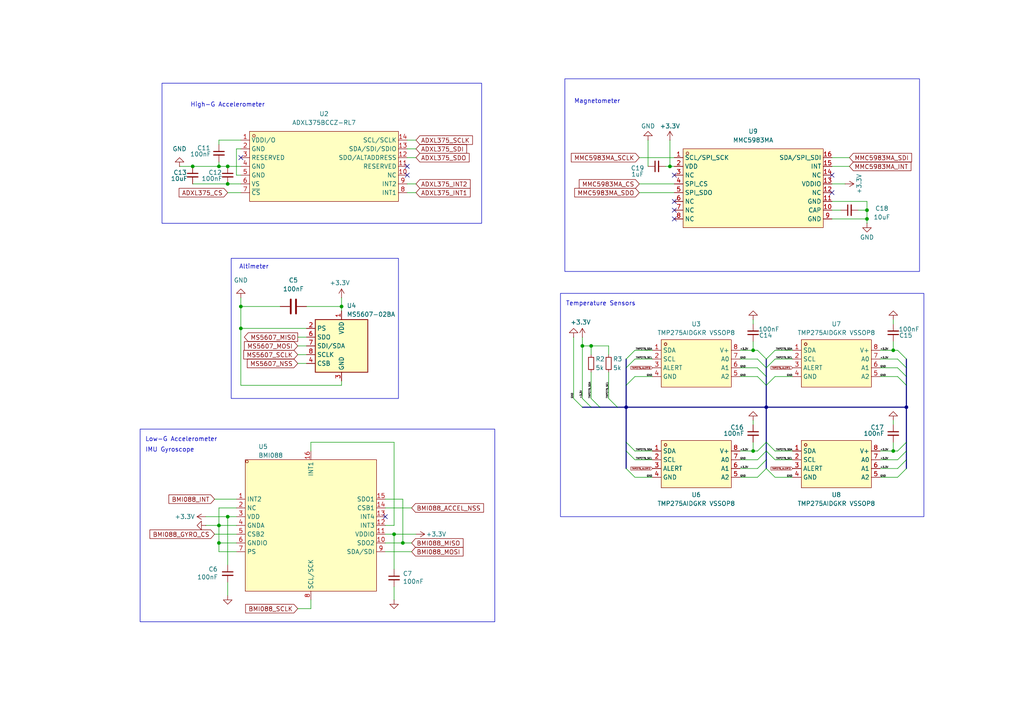
<source format=kicad_sch>
(kicad_sch (version 20250114) (generator "eeschema") (generator_version "9.0")
  (paper "A4")
  (title_block (title "Sensors") (date "2024-09-06") (rev "Tokyo") (company "CUHAR"))
  (lib_symbols
    (symbol "Device:C" (pin_numbers (hide yes)) (pin_names (offset 0.254))
      (property "Reference" "C" (at 0.635 2.54 0))
      (property "Value" "C" (at 0.635 -2.54 0))
      (symbol "C_0_1"
        (polyline (pts (xy -2.032 0.762) (xy 2.032 0.762)) (stroke (width 0.508)))
        (polyline (pts (xy -2.032 -0.762) (xy 2.032 -0.762)) (stroke (width 0.508)))
      )
      (symbol "C_1_1"
        (pin passive line (at 0 3.81 270) (length 2.794) (name "~") (number "1"))
        (pin passive line (at 0 -3.81 90) (length 2.794) (name "~") (number "2"))
      )
    )
    (symbol "Device:C_Small" (pin_numbers (hide yes)) (pin_names (offset 0.254) (hide yes))
      (property "Reference" "C" (at 0.254 1.778 0))
      (property "Value" "C_Small" (at 0.254 -2.032 0))
      (symbol "C_Small_0_1"
        (polyline (pts (xy -1.524 0.508) (xy 1.524 0.508)) (stroke (width 0.3048)))
        (polyline (pts (xy -1.524 -0.508) (xy 1.524 -0.508)) (stroke (width 0.3302)))
      )
      (symbol "C_Small_1_1"
        (pin passive line (at 0 2.54 270) (length 2.032) (name "~") (number "1"))
        (pin passive line (at 0 -2.54 90) (length 2.032) (name "~") (number "2"))
      )
    )
    (symbol "Device:R_Small" (pin_numbers (hide yes)) (pin_names (offset 0.254) (hide yes))
      (property "Reference" "R" (at 0.762 0.508 0))
      (property "Value" "R_Small" (at 0.762 -1.016 0))
      (symbol "R_Small_0_1"
        (rectangle (start -0.762 1.778) (end 0.762 -1.778) (stroke (width 0.2032)))
      )
      (symbol "R_Small_1_1"
        (pin passive line (at 0 2.54 270) (length 0.762) (name "~") (number "1"))
        (pin passive line (at 0 -2.54 90) (length 0.762) (name "~") (number "2"))
      )
    )
    (symbol "EasyEDA:ADXL375BCCZ-RL7"
      (property "Reference" "U" (at 0 12.7 0))
      (property "Value" "ADXL375BCCZ-RL7" (at 0 -12.7 0))
      (symbol "ADXL375BCCZ-RL7_0_1"
        (rectangle (start -21.59 10.16) (end 21.59 -10.16) (fill (type background)))
        (circle (center -20.32 8.89) (radius 0.38))
        (pin unspecified line (at -24.13 7.62 0) (length 2.54) (name "VDDI/O") (number "1"))
        (pin unspecified line (at -24.13 5.08 0) (length 2.54) (name "GND") (number "2"))
        (pin unspecified line (at -24.13 2.54 0) (length 2.54) (name "RESERVED") (number "3"))
        (pin unspecified line (at -24.13 0 0) (length 2.54) (name "GND") (number "4"))
        (pin unspecified line (at -24.13 -2.54 0) (length 2.54) (name "GND") (number "5"))
        (pin unspecified line (at -24.13 -5.08 0) (length 2.54) (name "VS") (number "6"))
        (pin unspecified line (at -24.13 -7.62 0) (length 2.54) (name "~{CS}") (number "7"))
        (pin unspecified line (at 24.13 7.62 180) (length 2.54) (name "SCL/SCLK") (number "14"))
        (pin unspecified line (at 24.13 5.08 180) (length 2.54) (name "SDA/SDI/SDIO") (number "13"))
        (pin unspecified line (at 24.13 2.54 180) (length 2.54) (name "SDO/ALTADDRESS") (number "12"))
        (pin unspecified line (at 24.13 0 180) (length 2.54) (name "RESERVED") (number "11"))
        (pin unspecified line (at 24.13 -2.54 180) (length 2.54) (name "NC") (number "10"))
        (pin unspecified line (at 24.13 -5.08 180) (length 2.54) (name "INT2") (number "9"))
        (pin unspecified line (at 24.13 -7.62 180) (length 2.54) (name "INT1") (number "8"))
      )
    )
    (symbol "EasyEDA:BMI088"
      (property "Reference" "U" (at 0 26.67 0))
      (property "Value" "BMI088" (at 0 -26.67 0))
      (symbol "BMI088_0_1"
        (rectangle (start -19.05 19.05) (end 19.05 -19.05) (fill (type background)))
        (circle (center -18.54 18.54) (radius 0.38))
        (pin unspecified line (at -21.59 7.62 0) (length 2.54) (name "INT2") (number "1"))
        (pin unspecified line (at -21.59 5.08 0) (length 2.54) (name "NC") (number "2"))
        (pin unspecified line (at -21.59 2.54 0) (length 2.54) (name "VDD") (number "3"))
        (pin unspecified line (at -21.59 0 0) (length 2.54) (name "GNDA") (number "4"))
        (pin unspecified line (at -21.59 -2.54 0) (length 2.54) (name "CSB2") (number "5"))
        (pin unspecified line (at -21.59 -5.08 0) (length 2.54) (name "GNDIO") (number "6"))
        (pin unspecified line (at -21.59 -7.62 0) (length 2.54) (name "PS") (number "7"))
        (pin unspecified line (at 0 21.59 270) (length 2.54) (name "INT1") (number "16"))
        (pin unspecified line (at 0 -21.59 90) (length 2.54) (name "SCL/SCK") (number "8"))
        (pin unspecified line (at 21.59 7.62 180) (length 2.54) (name "SDO1") (number "15"))
        (pin unspecified line (at 21.59 5.08 180) (length 2.54) (name "CSB1") (number "14"))
        (pin unspecified line (at 21.59 2.54 180) (length 2.54) (name "INT4") (number "13"))
        (pin unspecified line (at 21.59 0 180) (length 2.54) (name "INT3") (number "12"))
        (pin unspecified line (at 21.59 -2.54 180) (length 2.54) (name "VDDIO") (number "11"))
        (pin unspecified line (at 21.59 -5.08 180) (length 2.54) (name "SDO2") (number "10"))
        (pin unspecified line (at 21.59 -7.62 180) (length 2.54) (name "SDA/SDI") (number "9"))
      )
    )
    (symbol "EasyEDA:MMC5983MA"
      (property "Reference" "U" (at 0 13.97 0))
      (property "Value" "MMC5983MA" (at 0 -13.97 0))
      (symbol "MMC5983MA_0_1"
        (rectangle (start -20.32 11.43) (end 20.32 -11.43) (fill (type background)))
        (circle (center -19.05 10.16) (radius 0.38))
        (pin unspecified line (at -22.86 8.89 0) (length 2.54) (name "SCL/SPI_SCK") (number "1"))
        (pin unspecified line (at -22.86 6.35 0) (length 2.54) (name "VDD") (number "2"))
        (pin unspecified line (at -22.86 3.81 0) (length 2.54) (name "NC") (number "3"))
        (pin unspecified line (at -22.86 1.27 0) (length 2.54) (name "SPI_CS") (number "4"))
        (pin unspecified line (at -22.86 -1.27 0) (length 2.54) (name "SPI_SDO") (number "5"))
        (pin unspecified line (at -22.86 -3.81 0) (length 2.54) (name "NC") (number "6"))
        (pin unspecified line (at -22.86 -6.35 0) (length 2.54) (name "NC") (number "7"))
        (pin unspecified line (at -22.86 -8.89 0) (length 2.54) (name "NC") (number "8"))
        (pin unspecified line (at 22.86 8.89 180) (length 2.54) (name "SDA/SPI_SDI") (number "16"))
        (pin unspecified line (at 22.86 6.35 180) (length 2.54) (name "INT") (number "15"))
        (pin unspecified line (at 22.86 3.81 180) (length 2.54) (name "NC") (number "14"))
        (pin unspecified line (at 22.86 1.27 180) (length 2.54) (name "VDDIO") (number "13"))
        (pin unspecified line (at 22.86 -1.27 180) (length 2.54) (name "NC") (number "12"))
        (pin unspecified line (at 22.86 -3.81 180) (length 2.54) (name "GND") (number "11"))
        (pin unspecified line (at 22.86 -6.35 180) (length 2.54) (name "CAP") (number "10"))
        (pin unspecified line (at 22.86 -8.89 180) (length 2.54) (name "GND") (number "9"))
      )
    )
    (symbol "EasyEDA:TMP275AIDGKRVSSOP8"
      (property "Reference" "U" (at 0 8.89 0))
      (property "Value" "TMP275AIDGKR VSSOP8" (at 0 -8.89 0))
      (symbol "TMP275AIDGKRVSSOP8_0_1"
        (rectangle (start -10.16 6.86) (end 10.16 -6.86) (fill (type background)))
        (circle (center -8.89 5.59) (radius 0.38))
        (circle (center -8.89 5.59) (radius 0.38))
        (pin unspecified line (at -12.7 3.81 0) (length 2.54) (name "SDA") (number "1"))
        (pin unspecified line (at -12.7 1.27 0) (length 2.54) (name "SCL") (number "2"))
        (pin unspecified line (at -12.7 -1.27 0) (length 2.54) (name "ALERT") (number "3"))
        (pin unspecified line (at -12.7 -3.81 0) (length 2.54) (name "GND") (number "4"))
        (pin unspecified line (at 12.7 3.81 180) (length 2.54) (name "V+") (number "8"))
        (pin unspecified line (at 12.7 1.27 180) (length 2.54) (name "A0") (number "7"))
        (pin unspecified line (at 12.7 -1.27 180) (length 2.54) (name "A1") (number "6"))
        (pin unspecified line (at 12.7 -3.81 180) (length 2.54) (name "A2") (number "5"))
      )
    )
    (symbol "Sensor_Pressure:MS5607-02BA"
      (property "Reference" "U" (at -6.35 8.89 0))
      (property "Value" "MS5607-02BA" (at 7.62 8.89 0))
      (symbol "MS5607-02BA_0_1"
        (rectangle (start -7.62 7.62) (end 7.62 -7.62) (stroke (width 0.254)) (fill (type background)))
      )
      (symbol "MS5607-02BA_1_1"
        (pin input line (at -10.16 5.08 0) (length 2.54) (name "PS") (number "2"))
        (pin output line (at -10.16 2.54 0) (length 2.54) (name "SDO") (number "6"))
        (pin bidirectional line (at -10.16 0 0) (length 2.54) (name "SDI/SDA") (number "7"))
        (pin input line (at -10.16 -2.54 0) (length 2.54) (name "SCLK") (number "8"))
        (pin input line (at -10.16 -5.08 0) (length 2.54) (name "CSB") (number "4"))
        (pin input line (at -10.16 -5.08 0) (length 2.54) (hide yes) (name "CSB") (number "5"))
        (pin power_in line (at 0 10.16 270) (length 2.54) (name "VDD") (number "1"))
        (pin power_in line (at 0 -10.16 90) (length 2.54) (name "GND") (number "3"))
      )
    )
    (symbol "power:+3.3V" (power) (pin_numbers (hide yes)) (pin_names (offset 0) (hide yes))
      (property "Value" "+3.3V" (at 0 3.556 0))
      (symbol "+3.3V_0_1"
        (polyline (pts (xy -0.762 1.27) (xy 0 2.54)))
        (polyline (pts (xy 0 2.54) (xy 0.762 1.27)))
        (polyline (pts (xy 0 0) (xy 0 2.54)))
      )
      (symbol "+3.3V_1_1"
        (pin power_in line (at 0 0 90) (length 0) (name "~") (number "1"))
      )
    )
    (symbol "power:GND" (power) (pin_numbers (hide yes)) (pin_names (offset 0) (hide yes))
      (property "Value" "GND" (at 0 -3.81 0))
      (symbol "GND_0_1"
        (polyline (pts (xy 0 0) (xy 0 -1.27) (xy 1.27 -1.27) (xy 0 -2.54) (xy -1.27 -1.27) (xy 0 -1.27)))
      )
      (symbol "GND_1_1"
        (pin power_in line (at 0 0 270) (length 0) (name "~") (number "1"))
      )
    )
  )
  (rectangle (start 163.83 22.86) (end 266.7 78.74))
  (rectangle (start 46.99 24.13) (end 139.7 64.77))
  (rectangle (start 67.056 74.93) (end 115.57 115.57))
  (rectangle (start 40.64 124.46) (end 143.51 180.34))
  (rectangle (start 162.56 85.09) (end 267.97 149.86))
  (text "Altimeter" (at 73.66 77.47 0) (effects (font (size 1.27 1.27))))
  (text "Magnetometer" (at 173.228 29.464 0) (effects (font (size 1.27 1.27))))
  (text "Temperature Sensors" (at 174.244 88.138 0) (effects (font (size 1.27 1.27))))
  (text "IMU Gyroscope" (at 49.276 130.556 0) (effects (font (size 1.27 1.27))))
  (text "Low-G Accelerometer" (at 52.578 127.508 0) (effects (font (size 1.27 1.27))))
  (text "High-G Accelerometer" (at 66.04 30.48 0) (effects (font (size 1.27 1.27))))
  (junction (at 168.91 100.33))
  (junction (at 218.44 130.81))
  (junction (at 171.45 100.33))
  (junction (at 262.89 118.11))
  (junction (at 259.08 130.81))
  (junction (at 222.25 118.11))
  (junction (at 99.06 88.9))
  (junction (at 116.84 157.48))
  (junction (at 69.85 95.25))
  (junction (at 259.08 101.6))
  (junction (at 63.5 152.4))
  (junction (at 55.88 48.26))
  (junction (at 63.5 48.26))
  (junction (at 218.44 101.6))
  (junction (at 66.04 149.86))
  (junction (at 194.31 48.26))
  (junction (at 181.61 118.11))
  (junction (at 66.04 53.34))
  (junction (at 114.3 154.94))
  (junction (at 66.04 48.26))
  (junction (at 69.85 88.9))
  (junction (at 63.5 157.48))
  (junction (at 251.46 63.5))
  (junction (at 251.46 60.96))
  (no_connect (at 118.11 50.8))
  (no_connect (at 195.58 63.5))
  (no_connect (at 69.85 45.72))
  (no_connect (at 195.58 50.8))
  (no_connect (at 241.3 50.8))
  (no_connect (at 111.76 149.86))
  (no_connect (at 241.3 55.88))
  (no_connect (at 118.11 48.26))
  (no_connect (at 195.58 60.96))
  (no_connect (at 195.58 58.42))
  (bus_entry (at 219.71 135.89) (size 2.54 -2.54))
  (bus_entry (at 176.53 115.57) (size 2.54 2.54))
  (bus_entry (at 260.35 109.22) (size 2.54 2.54))
  (bus_entry (at 219.71 130.81) (size 2.54 -2.54))
  (bus_entry (at 181.61 128.27) (size 2.54 2.54))
  (bus_entry (at 224.79 101.6) (size -2.54 2.54))
  (bus_entry (at 181.61 106.68) (size 2.54 -2.54))
  (bus_entry (at 224.79 138.43) (size -2.54 -2.54))
  (bus_entry (at 181.61 135.89) (size 2.54 2.54))
  (bus_entry (at 260.35 106.68) (size 2.54 2.54))
  (bus_entry (at 224.79 133.35) (size -2.54 -2.54))
  (bus_entry (at 168.91 115.57) (size 2.54 2.54))
  (bus_entry (at 262.89 128.27) (size -2.54 2.54))
  (bus_entry (at 222.25 111.76) (size 2.54 -2.54))
  (bus_entry (at 181.61 104.14) (size 2.54 -2.54))
  (bus_entry (at 260.35 104.14) (size 2.54 2.54))
  (bus_entry (at 262.89 135.89) (size -2.54 2.54))
  (bus_entry (at 171.45 115.57) (size 2.54 2.54))
  (bus_entry (at 262.89 130.81) (size -2.54 2.54))
  (bus_entry (at 224.79 104.14) (size -2.54 2.54))
  (bus_entry (at 260.35 101.6) (size 2.54 2.54))
  (bus_entry (at 222.25 109.22) (size -2.54 -2.54))
  (bus_entry (at 222.25 104.14) (size -2.54 -2.54))
  (bus_entry (at 219.71 138.43) (size 2.54 -2.54))
  (bus_entry (at 222.25 106.68) (size -2.54 -2.54))
  (bus_entry (at 224.79 130.81) (size -2.54 -2.54))
  (bus_entry (at 219.71 133.35) (size 2.54 -2.54))
  (bus_entry (at 166.37 115.57) (size 2.54 2.54))
  (bus_entry (at 262.89 133.35) (size -2.54 2.54))
  (bus_entry (at 222.25 111.76) (size -2.54 -2.54))
  (bus_entry (at 181.61 111.76) (size 2.54 -2.54))
  (bus_entry (at 181.61 130.81) (size 2.54 2.54))
  (wire (pts (xy 66.04 48.26) (xy 69.85 48.26)))
  (wire (pts (xy 255.27 106.68) (xy 260.35 106.68)))
  (wire (pts (xy 171.45 100.33) (xy 176.53 100.33)))
  (wire (pts (xy 63.5 147.32) (xy 63.5 152.4)))
  (wire (pts (xy 255.27 135.89) (xy 260.35 135.89)))
  (wire (pts (xy 86.36 176.53) (xy 90.17 176.53)))
  (wire (pts (xy 224.79 101.6) (xy 229.87 101.6)))
  (wire (pts (xy 68.58 147.32) (xy 63.5 147.32)))
  (wire (pts (xy 116.84 157.48) (xy 119.38 157.48)))
  (bus (pts (xy 222.25 118.11) (xy 262.89 118.11)))
  (wire (pts (xy 184.15 133.35) (xy 189.23 133.35)))
  (bus (pts (xy 262.89 118.11) (xy 262.89 128.27)))
  (bus (pts (xy 262.89 109.22) (xy 262.89 111.76)))
  (wire (pts (xy 63.5 46.99) (xy 63.5 48.26)))
  (wire (pts (xy 66.04 53.34) (xy 69.85 53.34)))
  (wire (pts (xy 214.63 130.81) (xy 218.44 130.81)))
  (wire (pts (xy 114.3 154.94) (xy 114.3 165.1)))
  (wire (pts (xy 88.9 95.25) (xy 69.85 95.25)))
  (wire (pts (xy 68.58 157.48) (xy 63.5 157.48)))
  (wire (pts (xy 184.15 101.6) (xy 189.23 101.6)))
  (bus (pts (xy 222.25 111.76) (xy 222.25 118.11)))
  (bus (pts (xy 222.25 109.22) (xy 222.25 111.76)))
  (bus (pts (xy 222.25 128.27) (xy 222.25 130.81)))
  (wire (pts (xy 218.44 92.71) (xy 218.44 93.98)))
  (wire (pts (xy 111.76 160.02) (xy 119.38 160.02)))
  (wire (pts (xy 111.76 147.32) (xy 119.38 147.32)))
  (wire (pts (xy 255.27 133.35) (xy 260.35 133.35)))
  (wire (pts (xy 99.06 88.9) (xy 99.06 90.17)))
  (wire (pts (xy 224.79 133.35) (xy 229.87 133.35)))
  (wire (pts (xy 176.53 100.33) (xy 176.53 102.87)))
  (bus (pts (xy 262.89 128.27) (xy 262.89 130.81)))
  (wire (pts (xy 255.27 104.14) (xy 260.35 104.14)))
  (wire (pts (xy 59.69 149.86) (xy 66.04 149.86)))
  (wire (pts (xy 63.5 157.48) (xy 63.5 160.02)))
  (wire (pts (xy 176.53 107.95) (xy 176.53 115.57)))
  (bus (pts (xy 181.61 130.81) (xy 181.61 135.89)))
  (wire (pts (xy 185.42 55.88) (xy 195.58 55.88)))
  (bus (pts (xy 262.89 106.68) (xy 262.89 109.22)))
  (wire (pts (xy 259.08 99.06) (xy 259.08 101.6)))
  (bus (pts (xy 262.89 133.35) (xy 262.89 135.89)))
  (wire (pts (xy 251.46 60.96) (xy 251.46 63.5)))
  (wire (pts (xy 66.04 168.91) (xy 66.04 172.72)))
  (bus (pts (xy 181.61 118.11) (xy 222.25 118.11)))
  (wire (pts (xy 214.63 135.89) (xy 219.71 135.89)))
  (wire (pts (xy 259.08 92.71) (xy 259.08 93.98)))
  (bus (pts (xy 222.25 104.14) (xy 222.25 106.68)))
  (bus (pts (xy 262.89 130.81) (xy 262.89 133.35)))
  (wire (pts (xy 69.85 95.25) (xy 69.85 88.9)))
  (wire (pts (xy 63.5 48.26) (xy 66.04 48.26)))
  (wire (pts (xy 69.85 40.64) (xy 63.5 40.64)))
  (wire (pts (xy 259.08 101.6) (xy 260.35 101.6)))
  (wire (pts (xy 184.15 109.22) (xy 189.23 109.22)))
  (wire (pts (xy 184.15 138.43) (xy 189.23 138.43)))
  (wire (pts (xy 241.3 48.26) (xy 246.38 48.26)))
  (wire (pts (xy 69.85 111.76) (xy 69.85 95.25)))
  (wire (pts (xy 55.88 48.26) (xy 63.5 48.26)))
  (wire (pts (xy 171.45 100.33) (xy 171.45 102.87)))
  (bus (pts (xy 262.89 111.76) (xy 262.89 118.11)))
  (wire (pts (xy 224.79 130.81) (xy 229.87 130.81)))
  (wire (pts (xy 69.85 111.76) (xy 99.06 111.76)))
  (wire (pts (xy 218.44 130.81) (xy 219.71 130.81)))
  (wire (pts (xy 69.85 88.9) (xy 81.28 88.9)))
  (bus (pts (xy 181.61 118.11) (xy 181.61 128.27)))
  (wire (pts (xy 218.44 99.06) (xy 218.44 101.6)))
  (bus (pts (xy 181.61 106.68) (xy 181.61 111.76)))
  (wire (pts (xy 184.15 104.14) (xy 189.23 104.14)))
  (wire (pts (xy 224.79 109.22) (xy 229.87 109.22)))
  (wire (pts (xy 66.04 149.86) (xy 68.58 149.86)))
  (wire (pts (xy 63.5 40.64) (xy 63.5 41.91)))
  (wire (pts (xy 251.46 60.96) (xy 251.46 58.42)))
  (wire (pts (xy 248.92 60.96) (xy 251.46 60.96)))
  (wire (pts (xy 218.44 101.6) (xy 219.71 101.6)))
  (wire (pts (xy 118.11 40.64) (xy 120.65 40.64)))
  (wire (pts (xy 118.11 45.72) (xy 120.65 45.72)))
  (wire (pts (xy 86.36 102.87) (xy 88.9 102.87)))
  (wire (pts (xy 99.06 110.49) (xy 99.06 111.76)))
  (wire (pts (xy 118.11 43.18) (xy 120.65 43.18)))
  (wire (pts (xy 218.44 128.27) (xy 218.44 130.81)))
  (wire (pts (xy 194.31 48.26) (xy 195.58 48.26)))
  (wire (pts (xy 251.46 58.42) (xy 241.3 58.42)))
  (wire (pts (xy 62.23 154.94) (xy 68.58 154.94)))
  (wire (pts (xy 111.76 144.78) (xy 116.84 144.78)))
  (wire (pts (xy 255.27 109.22) (xy 260.35 109.22)))
  (wire (pts (xy 66.04 55.88) (xy 69.85 55.88)))
  (bus (pts (xy 222.25 133.35) (xy 222.25 135.89)))
  (wire (pts (xy 255.27 130.81) (xy 259.08 130.81)))
  (wire (pts (xy 184.15 130.81) (xy 189.23 130.81)))
  (wire (pts (xy 69.85 88.9) (xy 69.85 86.36)))
  (wire (pts (xy 62.23 144.78) (xy 68.58 144.78)))
  (bus (pts (xy 222.25 106.68) (xy 222.25 109.22)))
  (wire (pts (xy 111.76 154.94) (xy 114.3 154.94)))
  (wire (pts (xy 214.63 109.22) (xy 219.71 109.22)))
  (wire (pts (xy 114.3 128.27) (xy 90.17 128.27)))
  (wire (pts (xy 214.63 133.35) (xy 219.71 133.35)))
  (wire (pts (xy 185.42 53.34) (xy 195.58 53.34)))
  (bus (pts (xy 179.07 118.11) (xy 181.61 118.11)))
  (wire (pts (xy 63.5 152.4) (xy 63.5 157.48)))
  (wire (pts (xy 171.45 107.95) (xy 171.45 115.57)))
  (wire (pts (xy 193.04 48.26) (xy 194.31 48.26)))
  (wire (pts (xy 259.08 121.92) (xy 259.08 123.19)))
  (wire (pts (xy 114.3 152.4) (xy 114.3 128.27)))
  (wire (pts (xy 68.58 43.18) (xy 68.58 50.8)))
  (wire (pts (xy 116.84 157.48) (xy 111.76 157.48)))
  (wire (pts (xy 241.3 63.5) (xy 251.46 63.5)))
  (wire (pts (xy 218.44 121.92) (xy 218.44 123.19)))
  (wire (pts (xy 241.3 45.72) (xy 246.38 45.72)))
  (wire (pts (xy 168.91 100.33) (xy 168.91 115.57)))
  (wire (pts (xy 63.5 160.02) (xy 68.58 160.02)))
  (wire (pts (xy 255.27 138.43) (xy 260.35 138.43)))
  (bus (pts (xy 171.45 118.11) (xy 173.99 118.11)))
  (bus (pts (xy 173.99 118.11) (xy 179.07 118.11)))
  (wire (pts (xy 99.06 86.36) (xy 99.06 88.9)))
  (wire (pts (xy 55.88 53.34) (xy 66.04 53.34)))
  (wire (pts (xy 255.27 101.6) (xy 259.08 101.6)))
  (wire (pts (xy 214.63 106.68) (xy 219.71 106.68)))
  (wire (pts (xy 90.17 176.53) (xy 90.17 173.99)))
  (wire (pts (xy 259.08 130.81) (xy 260.35 130.81)))
  (wire (pts (xy 241.3 60.96) (xy 243.84 60.96)))
  (wire (pts (xy 114.3 170.18) (xy 114.3 173.99)))
  (wire (pts (xy 168.91 100.33) (xy 171.45 100.33)))
  (wire (pts (xy 69.85 43.18) (xy 68.58 43.18)))
  (wire (pts (xy 224.79 138.43) (xy 229.87 138.43)))
  (wire (pts (xy 251.46 63.5) (xy 251.46 64.77)))
  (bus (pts (xy 262.89 104.14) (xy 262.89 106.68)))
  (wire (pts (xy 194.31 40.64) (xy 194.31 48.26)))
  (wire (pts (xy 185.42 45.72) (xy 195.58 45.72)))
  (wire (pts (xy 66.04 149.86) (xy 66.04 163.83)))
  (wire (pts (xy 88.9 88.9) (xy 99.06 88.9)))
  (wire (pts (xy 214.63 104.14) (xy 219.71 104.14)))
  (wire (pts (xy 63.5 152.4) (xy 68.58 152.4)))
  (wire (pts (xy 59.69 152.4) (xy 63.5 152.4)))
  (wire (pts (xy 68.58 50.8) (xy 69.85 50.8)))
  (wire (pts (xy 116.84 157.48) (xy 116.84 144.78)))
  (wire (pts (xy 187.96 40.64) (xy 187.96 48.26)))
  (bus (pts (xy 181.61 104.14) (xy 181.61 106.68)))
  (wire (pts (xy 86.36 97.79) (xy 88.9 97.79)))
  (wire (pts (xy 214.63 101.6) (xy 218.44 101.6)))
  (wire (pts (xy 86.36 100.33) (xy 88.9 100.33)))
  (bus (pts (xy 171.45 118.11) (xy 168.91 118.11)))
  (wire (pts (xy 118.11 53.34) (xy 120.65 53.34)))
  (bus (pts (xy 222.25 130.81) (xy 222.25 133.35)))
  (wire (pts (xy 52.07 48.26) (xy 55.88 48.26)))
  (wire (pts (xy 114.3 154.94) (xy 120.65 154.94)))
  (wire (pts (xy 111.76 152.4) (xy 114.3 152.4)))
  (wire (pts (xy 166.37 97.79) (xy 166.37 115.57)))
  (bus (pts (xy 222.25 118.11) (xy 222.25 128.27)))
  (bus (pts (xy 181.61 128.27) (xy 181.61 130.81)))
  (wire (pts (xy 90.17 128.27) (xy 90.17 130.81)))
  (bus (pts (xy 181.61 111.76) (xy 181.61 118.11)))
  (wire (pts (xy 241.3 53.34) (xy 245.11 53.34)))
  (wire (pts (xy 224.79 104.14) (xy 229.87 104.14)))
  (wire (pts (xy 168.91 97.79) (xy 168.91 100.33)))
  (wire (pts (xy 259.08 128.27) (xy 259.08 130.81)))
  (wire (pts (xy 86.36 105.41) (xy 88.9 105.41)))
  (wire (pts (xy 214.63 138.43) (xy 219.71 138.43)))
  (wire (pts (xy 118.11 55.88) (xy 120.65 55.88)))
  (label "TMP275_SCL" (at 189.23 133.35 180) (effects (font (size 0.508 0.508))))
  (label "GND" (at 255.27 138.43 0) (effects (font (size 0.508 0.508))))
  (label "+3.3V" (at 255.27 133.35 0) (effects (font (size 0.508 0.508))))
  (label "GND" (at 189.23 109.22 180) (effects (font (size 0.508 0.508))))
  (label "+3.3V" (at 255.27 130.81 0) (effects (font (size 0.508 0.508))))
  (label "TMP275_SCL" (at 189.23 104.14 180) (effects (font (size 0.508 0.508))))
  (label "TMP275_SDA" (at 189.23 130.81 180) (effects (font (size 0.508 0.508))))
  (label "GND" (at 166.37 115.57 90) (effects (font (size 0.508 0.508))))
  (label "+3.3V" (at 214.63 135.89 0) (effects (font (size 0.508 0.508))))
  (label "+3.3V" (at 255.27 135.89 0) (effects (font (size 0.508 0.508))))
  (label "+3.3V" (at 168.91 115.57 90) (effects (font (size 0.508 0.508))))
  (label "TMP275_SCL" (at 229.87 104.14 180) (effects (font (size 0.508 0.508))))
  (label "GND" (at 255.27 109.22 0) (effects (font (size 0.508 0.508))))
  (label "GND" (at 229.87 138.43 180) (effects (font (size 0.508 0.508))))
  (label "TMP275_SDA" (at 229.87 101.6 180) (effects (font (size 0.508 0.508))))
  (label "GND" (at 189.23 138.43 180) (effects (font (size 0.508 0.508))))
  (label "GND" (at 214.63 133.35 0) (effects (font (size 0.508 0.508))))
  (label "+3.3V" (at 255.27 104.14 0) (effects (font (size 0.508 0.508))))
  (label "+3.3V" (at 255.27 101.6 0) (effects (font (size 0.508 0.508))))
  (label "TMP275_SDA" (at 189.23 101.6 180) (effects (font (size 0.508 0.508))))
  (label "TMP275_SDA" (at 171.45 115.57 90) (effects (font (size 0.508 0.508))))
  (label "+3.3V" (at 214.63 130.81 0) (effects (font (size 0.508 0.508))))
  (label "+3.3V" (at 214.63 101.6 0) (effects (font (size 0.508 0.508))))
  (label "TMP275_SCL" (at 176.53 115.57 90) (effects (font (size 0.508 0.508))))
  (label "GND" (at 214.63 138.43 0) (effects (font (size 0.508 0.508))))
  (label "TMP275_SDA" (at 229.87 130.81 180) (effects (font (size 0.508 0.508))))
  (label "GND" (at 214.63 106.68 0) (effects (font (size 0.508 0.508))))
  (label "GND" (at 255.27 106.68 0) (effects (font (size 0.508 0.508))))
  (label "GND" (at 214.63 104.14 0) (effects (font (size 0.508 0.508))))
  (label "GND" (at 229.87 109.22 180) (effects (font (size 0.508 0.508))))
  (label "GND" (at 214.63 109.22 0) (effects (font (size 0.508 0.508))))
  (label "TMP275_SCL" (at 229.87 133.35 180) (effects (font (size 0.508 0.508))))
  (global_label "BMI088_SCLK" (shape input) (at 86.36 176.53 180) (property "Intersheetrefs" "${INTERSHEET_REFS}" (effects (hide yes))))
  (global_label "MS5607_NSS" (shape input) (at 86.36 105.41 180) (property "Intersheetrefs" "${INTERSHEET_REFS}" (effects (hide yes))))
  (global_label "ADXL375_INT1" (shape input) (at 120.65 55.88 0) (property "Intersheetrefs" "${INTERSHEET_REFS}" (effects (hide yes))))
  (global_label "BMI088_ACCEL_NSS" (shape input) (at 119.38 147.32 0) (property "Intersheetrefs" "${INTERSHEET_REFS}" (effects (hide yes))))
  (global_label "MMC5983MA_SDI" (shape input) (at 246.38 45.72 0) (property "Intersheetrefs" "${INTERSHEET_REFS}" (effects (hide yes))))
  (global_label "ADXL375_SDO" (shape input) (at 120.65 45.72 0) (property "Intersheetrefs" "${INTERSHEET_REFS}" (effects (hide yes))))
  (global_label "TMP275_ALERT1" (shape input) (at 229.87 106.68 180) (effects (font (size 0.4572 0.4572))) (property "Intersheetrefs" "${INTERSHEET_REFS}" (effects (hide yes))))
  (global_label "MS5607_MOSI" (shape input) (at 86.36 100.33 180) (property "Intersheetrefs" "${INTERSHEET_REFS}" (effects (hide yes))))
  (global_label "BMI088_GYRO_CS" (shape input) (at 62.23 154.94 180) (property "Intersheetrefs" "${INTERSHEET_REFS}" (effects (hide yes))))
  (global_label "MMC5983MA_INT" (shape input) (at 246.38 48.26 0) (property "Intersheetrefs" "${INTERSHEET_REFS}" (effects (hide yes))))
  (global_label "BMI088_MOSI" (shape input) (at 119.38 160.02 0) (property "Intersheetrefs" "${INTERSHEET_REFS}" (effects (hide yes))))
  (global_label "ADXL375_SCLK" (shape input) (at 120.65 40.64 0) (property "Intersheetrefs" "${INTERSHEET_REFS}" (effects (hide yes))))
  (global_label "TMP275_ALERT3" (shape input) (at 229.87 135.89 180) (effects (font (size 0.4572 0.4572))) (property "Intersheetrefs" "${INTERSHEET_REFS}" (effects (hide yes))))
  (global_label "ADXL375_CS" (shape input) (at 66.04 55.88 180) (property "Intersheetrefs" "${INTERSHEET_REFS}" (effects (hide yes))))
  (global_label "MMC5983MA_SDO" (shape input) (at 185.42 55.88 180) (property "Intersheetrefs" "${INTERSHEET_REFS}" (effects (hide yes))))
  (global_label "MS5607_SCLK" (shape input) (at 86.36 102.87 180) (property "Intersheetrefs" "${INTERSHEET_REFS}" (effects (hide yes))))
  (global_label "MMC5983MA_SCLK" (shape input) (at 185.42 45.72 180) (property "Intersheetrefs" "${INTERSHEET_REFS}" (effects (hide yes))))
  (global_label "TMP275_ALERT0" (shape input) (at 189.23 106.68 180) (effects (font (size 0.4572 0.4572))) (property "Intersheetrefs" "${INTERSHEET_REFS}" (effects (hide yes))))
  (global_label "ADXL375_INT2" (shape input) (at 120.65 53.34 0) (property "Intersheetrefs" "${INTERSHEET_REFS}" (effects (hide yes))))
  (global_label "MMC5983MA_CS" (shape input) (at 185.42 53.34 180) (property "Intersheetrefs" "${INTERSHEET_REFS}" (effects (hide yes))))
  (global_label "BMI088_MISO" (shape input) (at 119.38 157.48 0) (property "Intersheetrefs" "${INTERSHEET_REFS}" (effects (hide yes))))
  (global_label "MS5607_MISO" (shape output) (at 86.36 97.79 180) (property "Intersheetrefs" "${INTERSHEET_REFS}" (effects (hide yes))))
  (global_label "ADXL375_SDI" (shape input) (at 120.65 43.18 0) (property "Intersheetrefs" "${INTERSHEET_REFS}" (effects (hide yes))))
  (global_label "BMI088_INT" (shape input) (at 62.23 144.78 180) (property "Intersheetrefs" "${INTERSHEET_REFS}" (effects (hide yes))))
  (global_label "TMP275_ALERT2" (shape input) (at 189.23 135.89 180) (effects (font (size 0.4572 0.4572))) (property "Intersheetrefs" "${INTERSHEET_REFS}" (effects (hide yes))))
  (symbol (lib_id "power:GND") (at 251.46 64.77 0) (unit 1)
    (property "Reference" "#PWR027" (effects (hide yes)))
    (property "Value" "GND" (at 251.46 68.834 0))
    (property "Description" "Power symbol creates a global label with name \"GND\" , ground" (effects (hide yes)))
  )
  (symbol (lib_id "Device:R_Small") (at 171.45 105.41 0) (unit 1)
    (property "Reference" "R2" (at 172.72 104.14 0) (effects (justify left)))
    (property "Value" "5k" (at 172.72 106.68 0) (effects (justify left)))
    (property "Footprint" "Resistor_SMD:R_0402_1005Metric" (effects (hide yes)))
    (property "Description" "Resistor, small symbol" (effects (hide yes)))
  )
  (symbol (lib_id "EasyEDA:TMP275AIDGKRVSSOP8") (at 242.57 105.41 0) (unit 1)
    (property "Reference" "U7" (at 242.57 93.98 0))
    (property "Value" "TMP275AIDGKR VSSOP8" (at 242.57 96.52 0))
    (property "Footprint" "EasyEDA:VSSOP-8_L3.0-W3.0-P0.65-LS5.0-BL" (effects (hide yes)))
    (property "Datasheet" "https://lcsc.com/product-detail/Temperature-Sensors_TI_TMP275AIDGKR-VSSOP8_TMP275AIDGKR_C87815.html" (effects (hide yes)))
    (property "LCSC Part" "C87815" (effects (hide yes)))
  )
  (symbol (lib_id "power:GND") (at 114.3 173.99 0) (unit 1)
    (property "Reference" "#PWR012" (effects (hide yes)))
    (property "Value" "GND" (effects (hide yes)))
    (property "Description" "Power symbol creates a global label with name \"GND\" , ground" (effects (hide yes)))
  )
  (symbol (lib_id "power:GND") (at 166.37 97.79 180) (unit 1)
    (property "Reference" "#PWR020" (effects (hide yes)))
    (property "Value" "GND" (effects (hide yes)))
    (property "Description" "Power symbol creates a global label with name \"GND\" , ground" (effects (hide yes)))
  )
  (symbol (lib_id "Device:C_Small") (at 190.5 48.26 90) (unit 1)
    (property "Reference" "C19" (at 184.912 48.768 90))
    (property "Value" "1uF" (at 184.912 50.546 90))
    (property "Description" "Unpolarized capacitor, small symbol" (effects (hide yes)))
  )
  (symbol (lib_id "power:GND") (at 59.69 152.4 270) (unit 1)
    (property "Reference" "#PWR010" (effects (hide yes)))
    (property "Value" "GND" (effects (hide yes)))
    (property "Description" "Power symbol creates a global label with name \"GND\" , ground" (effects (hide yes)))
  )
  (symbol (lib_id "EasyEDA:MMC5983MA") (at 218.44 54.61 0) (unit 1)
    (property "Reference" "U9" (at 218.44 38.1 0))
    (property "Value" "MMC5983MA" (at 218.44 40.64 0))
    (property "Footprint" "EasyEDA:LGA-16_L3.0-W3.0-P0.50-BL_SQ" (effects (hide yes)))
    (property "Datasheet" "https://lcsc.com/product-detail/Magnetic-Sensors_MEMSIC-MMC5983MA_C404329.html" (effects (hide yes)))
    (property "LCSC Part" "C404329" (effects (hide yes)))
  )
  (symbol (lib_id "Device:C_Small") (at 218.44 96.52 180) (unit 1)
    (property "Reference" "C14" (at 224.028 97.282 0) (effects (justify left)))
    (property "Value" "100nF" (at 226.06 95.504 0) (effects (justify left)))
    (property "Footprint" "Capacitor_SMD:C_0402_1005Metric" (effects (hide yes)))
    (property "Description" "Unpolarized capacitor, small symbol" (effects (hide yes)))
  )
  (symbol (lib_id "Device:C_Small") (at 114.3 167.64 0) (unit 1)
    (property "Reference" "C7" (at 116.84 166.37 0) (effects (justify left)))
    (property "Value" "100nF" (at 116.84 168.656 0) (effects (justify left)))
    (property "Footprint" "Capacitor_SMD:C_0402_1005Metric" (effects (hide yes)))
    (property "Description" "Unpolarized capacitor, small symbol" (effects (hide yes)))
  )
  (symbol (lib_id "power:+3.3V") (at 59.69 149.86 90) (unit 1)
    (property "Reference" "#PWR08" (effects (hide yes)))
    (property "Value" "+3.3V" (at 53.594 149.86 90))
    (property "Description" "Power symbol creates a global label with name \"+3.3V\"" (effects (hide yes)))
  )
  (symbol (lib_id "power:GND") (at 259.08 121.92 180) (unit 1)
    (property "Reference" "#PWR023" (effects (hide yes)))
    (property "Value" "GND" (effects (hide yes)))
    (property "Description" "Power symbol creates a global label with name \"GND\" , ground" (effects (hide yes)))
  )
  (symbol (lib_id "EasyEDA:BMI088") (at 90.17 152.4 0) (unit 1)
    (property "Reference" "U5" (at 74.93 129.54 0) (effects (justify left)))
    (property "Value" "BMI088" (at 74.93 132.08 0) (effects (justify left)))
    (property "Footprint" "EasyEDA:LGA-16_L4.5-W3.0-P0.50-BL" (effects (hide yes)))
    (property "Datasheet" "https://lcsc.com/product-detail/Others_Bosch-Sensortec_BMI088_Bosch-Sensortec-BMI088_C194919.html" (effects (hide yes)))
    (property "LCSC Part" "C194919" (effects (hide yes)))
  )
  (symbol (lib_id "Device:C") (at 85.09 88.9 90) (unit 1)
    (property "Reference" "C5" (at 85.09 81.28 90))
    (property "Value" "100nF" (at 85.09 83.82 90))
    (property "Footprint" "Capacitor_SMD:C_0402_1005Metric" (effects (hide yes)))
    (property "Description" "Unpolarized capacitor" (effects (hide yes)))
  )
  (symbol (lib_id "power:+3.3V") (at 168.91 97.79 0) (unit 1)
    (property "Reference" "#PWR022" (effects (hide yes)))
    (property "Value" "+3.3V" (at 168.402 93.472 0))
    (property "Description" "Power symbol creates a global label with name \"+3.3V\"" (effects (hide yes)))
  )
  (symbol (lib_id "power:+3.3V") (at 194.31 40.64 0) (unit 1)
    (property "Reference" "#PWR025" (effects (hide yes)))
    (property "Value" "+3.3V" (at 194.31 36.576 0))
    (property "Description" "Power symbol creates a global label with name \"+3.3V\"" (effects (hide yes)))
  )
  (symbol (lib_id "power:GND") (at 187.96 40.64 180) (unit 1)
    (property "Reference" "#PWR024" (effects (hide yes)))
    (property "Value" "GND" (at 187.96 36.576 0))
    (property "Description" "Power symbol creates a global label with name \"GND\" , ground" (effects (hide yes)))
  )
  (symbol (lib_id "EasyEDA:TMP275AIDGKRVSSOP8") (at 242.57 134.62 0) (unit 1)
    (property "Reference" "U8" (at 242.57 143.51 0))
    (property "Value" "TMP275AIDGKR VSSOP8" (at 242.57 146.05 0))
    (property "Footprint" "EasyEDA:VSSOP-8_L3.0-W3.0-P0.65-LS5.0-BL" (effects (hide yes)))
    (property "Datasheet" "https://lcsc.com/product-detail/Temperature-Sensors_TI_TMP275AIDGKR-VSSOP8_TMP275AIDGKR_C87815.html" (effects (hide yes)))
    (property "LCSC Part" "C87815" (effects (hide yes)))
  )
  (symbol (lib_id "Device:C_Small") (at 259.08 125.73 0) (unit 1)
    (property "Reference" "C17" (at 252.476 123.952 0) (effects (justify left)))
    (property "Value" "100nF" (at 250.444 125.73 0) (effects (justify left)))
    (property "Footprint" "Capacitor_SMD:C_0402_1005Metric" (effects (hide yes)))
    (property "Description" "Unpolarized capacitor, small symbol" (effects (hide yes)))
  )
  (symbol (lib_id "EasyEDA:TMP275AIDGKRVSSOP8") (at 201.93 134.62 0) (unit 1)
    (property "Reference" "U6" (at 201.93 143.51 0))
    (property "Value" "TMP275AIDGKR VSSOP8" (at 201.93 146.05 0))
    (property "Footprint" "EasyEDA:VSSOP-8_L3.0-W3.0-P0.65-LS5.0-BL" (effects (hide yes)))
    (property "Datasheet" "https://lcsc.com/product-detail/Temperature-Sensors_TI_TMP275AIDGKR-VSSOP8_TMP275AIDGKR_C87815.html" (effects (hide yes)))
    (property "LCSC Part" "C87815" (effects (hide yes)))
  )
  (symbol (lib_id "EasyEDA:TMP275AIDGKRVSSOP8") (at 201.93 105.41 0) (unit 1)
    (property "Reference" "U3" (at 201.93 93.98 0))
    (property "Value" "TMP275AIDGKR VSSOP8" (at 201.93 96.52 0))
    (property "Footprint" "EasyEDA:VSSOP-8_L3.0-W3.0-P0.65-LS5.0-BL" (effects (hide yes)))
    (property "Datasheet" "https://lcsc.com/product-detail/Temperature-Sensors_TI_TMP275AIDGKR-VSSOP8_TMP275AIDGKR_C87815.html" (effects (hide yes)))
    (property "LCSC Part" "C87815" (effects (hide yes)))
  )
  (symbol (lib_id "Device:C_Small") (at 218.44 125.73 0) (unit 1)
    (property "Reference" "C16" (at 211.836 123.952 0) (effects (justify left)))
    (property "Value" "100nF" (at 209.804 125.73 0) (effects (justify left)))
    (property "Footprint" "Capacitor_SMD:C_0504_1310Metric_Pad0.83x1.28mm_HandSolder" (effects (hide yes)))
    (property "Description" "Unpolarized capacitor, small symbol" (effects (hide yes)))
  )
  (symbol (lib_id "power:+3.3V") (at 245.11 53.34 270) (unit 1)
    (property "Reference" "#PWR026" (effects (hide yes)))
    (property "Value" "+3.3V" (at 249.174 53.34 0))
    (property "Description" "Power symbol creates a global label with name \"+3.3V\"" (effects (hide yes)))
  )
  (symbol (lib_id "Device:C_Small") (at 55.88 50.8 0) (unit 1)
    (property "Reference" "C13" (at 50.292 50.038 0) (effects (justify left)))
    (property "Value" "10uF" (at 49.53 51.816 0) (effects (justify left)))
    (property "Footprint" "Capacitor_SMD:C_0402_1005Metric" (effects (hide yes)))
    (property "Description" "Unpolarized capacitor, small symbol" (effects (hide yes)))
  )
  (symbol (lib_id "Device:C_Small") (at 63.5 44.45 0) (unit 1)
    (property "Reference" "C11" (at 57.15 42.926 0) (effects (justify left)))
    (property "Value" "100nF" (at 55.118 44.704 0) (effects (justify left)))
    (property "Footprint" "Capacitor_SMD:C_0402_1005Metric" (effects (hide yes)))
    (property "Description" "Unpolarized capacitor, small symbol" (effects (hide yes)))
  )
  (symbol (lib_id "power:+3.3V") (at 99.06 86.36 0) (unit 1)
    (property "Reference" "#PWR06" (effects (hide yes)))
    (property "Value" "+3.3V" (at 98.552 82.042 0))
    (property "Description" "Power symbol creates a global label with name \"+3.3V\"" (effects (hide yes)))
  )
  (symbol (lib_id "Device:C_Small") (at 259.08 96.52 180) (unit 1)
    (property "Reference" "C15" (at 264.668 97.282 0) (effects (justify left)))
    (property "Value" "100nF" (at 266.7 95.504 0) (effects (justify left)))
    (property "Footprint" "Capacitor_SMD:C_0402_1005Metric" (effects (hide yes)))
    (property "Description" "Unpolarized capacitor, small symbol" (effects (hide yes)))
  )
  (symbol (lib_id "Device:C_Small") (at 66.04 166.37 0) (unit 1)
    (property "Reference" "C6" (at 60.452 165.1 0) (effects (justify left)))
    (property "Value" "100nF" (at 57.15 167.386 0) (effects (justify left)))
    (property "Footprint" "Capacitor_SMD:C_0402_1005Metric" (effects (hide yes)))
    (property "Description" "Unpolarized capacitor, small symbol" (effects (hide yes)))
  )
  (symbol (lib_id "Device:R_Small") (at 176.53 105.41 0) (unit 1)
    (property "Reference" "R3" (at 177.8 104.14 0) (effects (justify left)))
    (property "Value" "5k" (at 177.8 106.68 0) (effects (justify left)))
    (property "Footprint" "Resistor_SMD:R_0402_1005Metric" (effects (hide yes)))
    (property "Description" "Resistor, small symbol" (effects (hide yes)))
  )
  (symbol (lib_id "power:+3.3V") (at 120.65 154.94 270) (unit 1)
    (property "Reference" "#PWR09" (effects (hide yes)))
    (property "Value" "+3.3V" (at 126.492 154.94 90))
    (property "Description" "Power symbol creates a global label with name \"+3.3V\"" (effects (hide yes)))
  )
  (symbol (lib_id "Device:C_Small") (at 246.38 60.96 90) (unit 1)
    (property "Reference" "C18" (at 255.778 60.452 90))
    (property "Value" "10uF" (at 255.778 62.992 90))
    (property "Description" "Unpolarized capacitor, small symbol" (effects (hide yes)))
  )
  (symbol (lib_id "power:GND") (at 66.04 172.72 0) (unit 1)
    (property "Reference" "#PWR011" (effects (hide yes)))
    (property "Value" "GND" (effects (hide yes)))
    (property "Description" "Power symbol creates a global label with name \"GND\" , ground" (effects (hide yes)))
  )
  (symbol (lib_id "power:GND") (at 218.44 92.71 180) (unit 1)
    (property "Reference" "#PWR018" (effects (hide yes)))
    (property "Value" "GND" (effects (hide yes)))
    (property "Description" "Power symbol creates a global label with name \"GND\" , ground" (effects (hide yes)))
  )
  (symbol (lib_id "power:GND") (at 218.44 121.92 180) (unit 1)
    (property "Reference" "#PWR021" (effects (hide yes)))
    (property "Value" "GND" (effects (hide yes)))
    (property "Description" "Power symbol creates a global label with name \"GND\" , ground" (effects (hide yes)))
  )
  (symbol (lib_id "power:GND") (at 69.85 86.36 180) (unit 1)
    (property "Reference" "#PWR07" (effects (hide yes)))
    (property "Value" "GND" (at 69.85 81.28 0))
    (property "Description" "Power symbol creates a global label with name \"GND\" , ground" (effects (hide yes)))
  )
  (symbol (lib_id "power:GND") (at 259.08 92.71 180) (unit 1)
    (property "Reference" "#PWR019" (effects (hide yes)))
    (property "Value" "GND" (effects (hide yes)))
    (property "Description" "Power symbol creates a global label with name \"GND\" , ground" (effects (hide yes)))
  )
  (symbol (lib_id "EasyEDA:ADXL375BCCZ-RL7") (at 93.98 48.26 0) (unit 1)
    (property "Reference" "U2" (at 93.98 33.02 0))
    (property "Value" "ADXL375BCCZ-RL7" (at 93.98 35.56 0))
    (property "Footprint" "EasyEDA:LGA-14_L5.0-W3.0-P0.80-BL" (effects (hide yes)))
    (property "Datasheet" "https://lcsc.com/product-detail/New-Arrivals_Analog-Devices-ADI-ADXL375BCCZ-RL7_C481898.html" (effects (hide yes)))
    (property "LCSC Part" "C481898" (effects (hide yes)))
  )
  (symbol (lib_id "Sensor_Pressure:MS5607-02BA") (at 99.06 100.33 0) (unit 1)
    (property "Reference" "U4" (at 100.584 88.646 0) (effects (justify left)))
    (property "Value" "MS5607-02BA" (at 100.584 91.186 0) (effects (justify left)))
    (property "Footprint" "Package_LGA:LGA-8_3x5mm_P1.25mm" (effects (hide yes)))
    (property "Datasheet" "https://www.te.com/commerce/DocumentDelivery/DDEController?Action=showdoc&DocId=Data+Sheet%7FMS5607-02BA03%7FB2%7Fpdf%7FEnglish%7FENG_DS_MS5607-02BA03_B2.pdf%7FCAT-BLPS0035" (effects (hide yes)))
    (property "Description" "Barometric pressure sensor, 20cm resolution, 10 to 1200 mbar, I2C and SPI interface up to 20MHz, LGA-8" (effects (hide yes)))
  )
  (symbol (lib_id "Device:C_Small") (at 66.04 50.8 0) (unit 1)
    (property "Reference" "C12" (at 60.452 50.038 0) (effects (justify left)))
    (property "Value" "100nF" (at 58.42 51.816 0) (effects (justify left)))
    (property "Footprint" "Capacitor_SMD:C_0402_1005Metric" (effects (hide yes)))
    (property "Description" "Unpolarized capacitor, small symbol" (effects (hide yes)))
  )
  (symbol (lib_id "power:GND") (at 52.07 48.26 180) (unit 1)
    (property "Reference" "#PWR017" (effects (hide yes)))
    (property "Value" "GND" (at 52.07 43.18 0))
    (property "Description" "Power symbol creates a global label with name \"GND\" , ground" (effects (hide yes)))
  )
)
</source>
